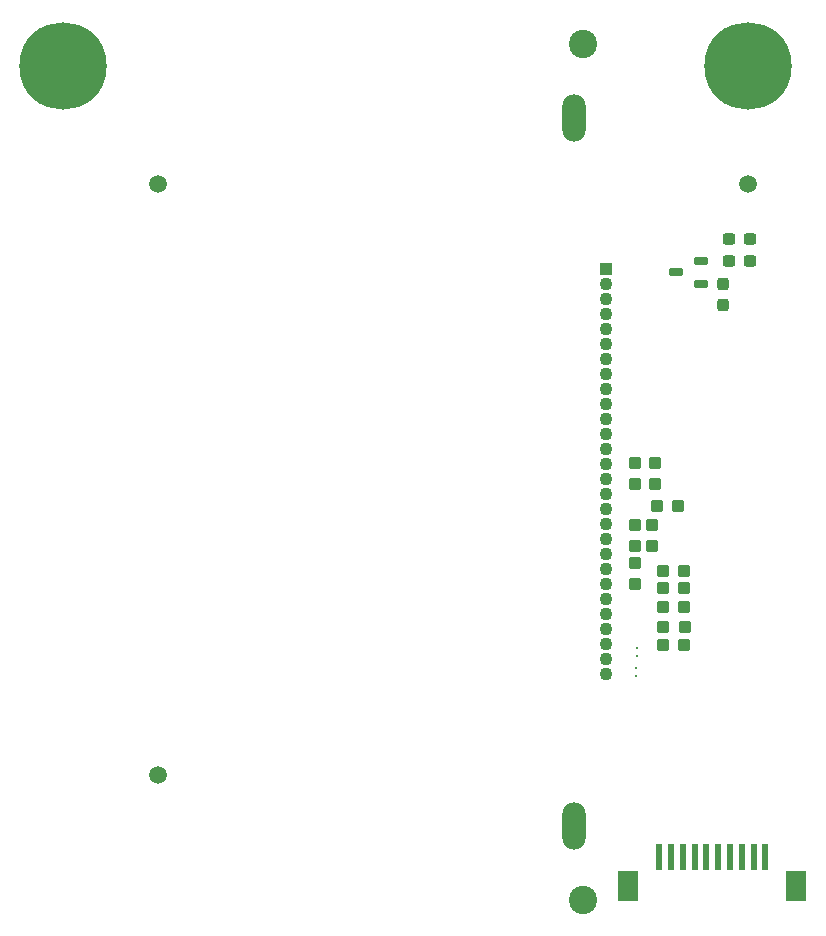
<source format=gbr>
%TF.GenerationSoftware,Altium Limited,Altium Designer,24.7.2 (38)*%
G04 Layer_Color=255*
%FSLAX43Y43*%
%MOMM*%
%TF.SameCoordinates,6EE5CD54-FE70-432D-B01E-CA14D31D91FF*%
%TF.FilePolarity,Positive*%
%TF.FileFunction,Pads,Bot*%
%TF.Part,Single*%
G01*
G75*
%TA.AperFunction,ComponentPad*%
%ADD10C,1.100*%
%ADD11R,1.100X1.100*%
%ADD12O,2.000X4.000*%
%ADD13C,2.400*%
%TA.AperFunction,SMDPad,CuDef*%
G04:AMPARAMS|DCode=16|XSize=1.05mm|YSize=1.1mm|CornerRadius=0.263mm|HoleSize=0mm|Usage=FLASHONLY|Rotation=270.000|XOffset=0mm|YOffset=0mm|HoleType=Round|Shape=RoundedRectangle|*
%AMROUNDEDRECTD16*
21,1,1.050,0.575,0,0,270.0*
21,1,0.525,1.100,0,0,270.0*
1,1,0.525,-0.288,-0.263*
1,1,0.525,-0.288,0.263*
1,1,0.525,0.288,0.263*
1,1,0.525,0.288,-0.263*
%
%ADD16ROUNDEDRECTD16*%
%ADD17C,0.200*%
G04:AMPARAMS|DCode=18|XSize=1.05mm|YSize=1.1mm|CornerRadius=0.263mm|HoleSize=0mm|Usage=FLASHONLY|Rotation=0.000|XOffset=0mm|YOffset=0mm|HoleType=Round|Shape=RoundedRectangle|*
%AMROUNDEDRECTD18*
21,1,1.050,0.575,0,0,0.0*
21,1,0.525,1.100,0,0,0.0*
1,1,0.525,0.263,-0.288*
1,1,0.525,-0.263,-0.288*
1,1,0.525,-0.263,0.288*
1,1,0.525,0.263,0.288*
%
%ADD18ROUNDEDRECTD18*%
G04:AMPARAMS|DCode=19|XSize=1mm|YSize=1.05mm|CornerRadius=0.25mm|HoleSize=0mm|Usage=FLASHONLY|Rotation=270.000|XOffset=0mm|YOffset=0mm|HoleType=Round|Shape=RoundedRectangle|*
%AMROUNDEDRECTD19*
21,1,1.000,0.550,0,0,270.0*
21,1,0.500,1.050,0,0,270.0*
1,1,0.500,-0.275,-0.250*
1,1,0.500,-0.275,0.250*
1,1,0.500,0.275,0.250*
1,1,0.500,0.275,-0.250*
%
%ADD19ROUNDEDRECTD19*%
G04:AMPARAMS|DCode=20|XSize=1mm|YSize=1.05mm|CornerRadius=0.25mm|HoleSize=0mm|Usage=FLASHONLY|Rotation=0.000|XOffset=0mm|YOffset=0mm|HoleType=Round|Shape=RoundedRectangle|*
%AMROUNDEDRECTD20*
21,1,1.000,0.550,0,0,0.0*
21,1,0.500,1.050,0,0,0.0*
1,1,0.500,0.250,-0.275*
1,1,0.500,-0.250,-0.275*
1,1,0.500,-0.250,0.275*
1,1,0.500,0.250,0.275*
%
%ADD20ROUNDEDRECTD20*%
%ADD21R,1.800X2.600*%
%ADD22R,0.600X2.200*%
G04:AMPARAMS|DCode=23|XSize=1.23mm|YSize=0.6mm|CornerRadius=0.075mm|HoleSize=0mm|Usage=FLASHONLY|Rotation=180.000|XOffset=0mm|YOffset=0mm|HoleType=Round|Shape=RoundedRectangle|*
%AMROUNDEDRECTD23*
21,1,1.230,0.450,0,0,180.0*
21,1,1.080,0.600,0,0,180.0*
1,1,0.150,-0.540,0.225*
1,1,0.150,0.540,0.225*
1,1,0.150,0.540,-0.225*
1,1,0.150,-0.540,-0.225*
%
%ADD23ROUNDEDRECTD23*%
%TA.AperFunction,FiducialPad,Global*%
%ADD24C,1.500*%
%TA.AperFunction,ComponentPad*%
%ADD29C,7.400*%
D10*
X51966Y-56521D02*
D03*
Y-55251D02*
D03*
Y-53981D02*
D03*
Y-52711D02*
D03*
Y-51441D02*
D03*
Y-50171D02*
D03*
Y-48901D02*
D03*
Y-47631D02*
D03*
Y-46361D02*
D03*
Y-45091D02*
D03*
Y-43821D02*
D03*
Y-42551D02*
D03*
Y-41281D02*
D03*
Y-40011D02*
D03*
Y-38741D02*
D03*
Y-37471D02*
D03*
Y-36201D02*
D03*
Y-34931D02*
D03*
Y-33661D02*
D03*
Y-32391D02*
D03*
Y-31121D02*
D03*
Y-29851D02*
D03*
Y-28581D02*
D03*
Y-27311D02*
D03*
Y-26041D02*
D03*
Y-24771D02*
D03*
Y-23501D02*
D03*
D11*
Y-22231D02*
D03*
D12*
X49226Y-9376D02*
D03*
Y-69376D02*
D03*
D13*
X50016Y-75576D02*
D03*
Y-3176D02*
D03*
D16*
X58597Y-52464D02*
D03*
X56797D02*
D03*
X58530Y-54012D02*
D03*
X56730D02*
D03*
X58552Y-50850D02*
D03*
X56752D02*
D03*
X58530Y-49235D02*
D03*
X56730D02*
D03*
X58564Y-47764D02*
D03*
X56764D02*
D03*
X56222Y-42297D02*
D03*
X58022D02*
D03*
D17*
X54523Y-56638D02*
D03*
Y-56013D02*
D03*
X54534Y-54954D02*
D03*
Y-54278D02*
D03*
D18*
X56063Y-40403D02*
D03*
Y-38603D02*
D03*
X54423Y-40403D02*
D03*
Y-38603D02*
D03*
X54388Y-45668D02*
D03*
Y-43868D02*
D03*
X55808D02*
D03*
Y-45668D02*
D03*
X54435Y-48901D02*
D03*
Y-47101D02*
D03*
D19*
X64144Y-21535D02*
D03*
X62394D02*
D03*
X64144Y-19691D02*
D03*
X62394D02*
D03*
D20*
X61872Y-25251D02*
D03*
Y-23501D02*
D03*
D21*
X53838Y-74400D02*
D03*
X68038D02*
D03*
D22*
X58438Y-72000D02*
D03*
X61438D02*
D03*
X65438D02*
D03*
X64438D02*
D03*
X63438D02*
D03*
X62438D02*
D03*
X60438D02*
D03*
X59438D02*
D03*
X57438D02*
D03*
X56438D02*
D03*
D23*
X60011Y-21535D02*
D03*
X57891Y-22485D02*
D03*
X60011Y-23435D02*
D03*
D24*
X64000Y-15006D02*
D03*
X14000D02*
D03*
X14000Y-65000D02*
D03*
D29*
X64000Y-5000D02*
D03*
X6000D02*
D03*
%TF.MD5,3d628b7176432086d2d4e321353bb95c*%
M02*

</source>
